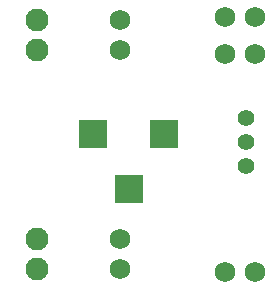
<source format=gbs>
%FSLAX24Y24*%
%MOIN*%
G70*
G01*
G75*
G04 Layer_Color=16711935*
%ADD10R,0.0236X0.0512*%
%ADD11R,0.0276X0.0354*%
%ADD12R,0.0217X0.0512*%
%ADD13R,0.0354X0.0315*%
%ADD14R,0.0433X0.1024*%
%ADD15C,0.0300*%
%ADD16C,0.0200*%
%ADD17R,0.0866X0.0866*%
%ADD18C,0.0630*%
%ADD19C,0.0709*%
%ADD20C,0.0492*%
%ADD21C,0.0098*%
%ADD22C,0.0050*%
%ADD23C,0.0100*%
%ADD24C,0.0079*%
%ADD25C,0.0080*%
%ADD26C,0.0060*%
%ADD27R,0.0296X0.0572*%
%ADD28R,0.0336X0.0414*%
%ADD29R,0.0277X0.0572*%
%ADD30R,0.0414X0.0375*%
%ADD31R,0.0493X0.1084*%
%ADD32R,0.0926X0.0926*%
%ADD33C,0.0690*%
%ADD34C,0.0769*%
%ADD35C,0.0060*%
%ADD36C,0.0552*%
D32*
X14800Y13500D02*
D03*
X13619Y15350D02*
D03*
X15981D02*
D03*
D33*
X14500Y18150D02*
D03*
Y19150D02*
D03*
X18000Y19250D02*
D03*
X19000D02*
D03*
X14500Y11850D02*
D03*
Y10850D02*
D03*
X18000Y10750D02*
D03*
X19000D02*
D03*
X18000Y18000D02*
D03*
X19000D02*
D03*
D34*
X11750Y11850D02*
D03*
Y10850D02*
D03*
Y19150D02*
D03*
Y18150D02*
D03*
D35*
X10750Y11850D02*
D03*
Y10850D02*
D03*
Y19150D02*
D03*
Y18150D02*
D03*
D36*
X18700Y14287D02*
D03*
Y15074D02*
D03*
Y15862D02*
D03*
M02*

</source>
